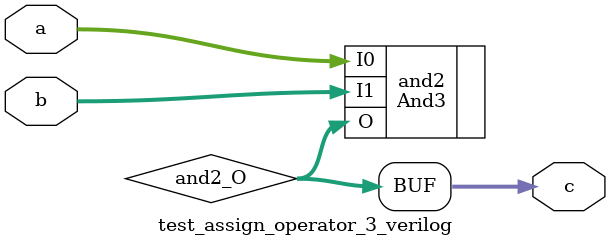
<source format=v>
module test_assign_operator_3_verilog (input [2:0] a, input [2:0] b, output [2:0] c);
wire [2:0] and2_O;
And3 and2 (.I0(a), .I1(b), .O(and2_O));
assign c = and2_O;
endmodule


</source>
